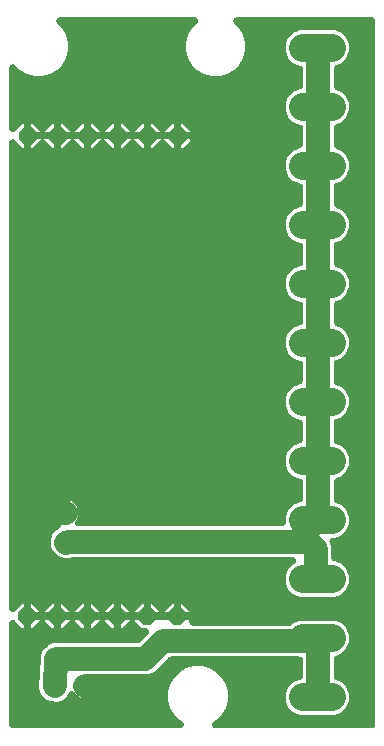
<source format=gbr>
G04 EAGLE Gerber RS-274X export*
G75*
%MOMM*%
%FSLAX34Y34*%
%LPD*%
%INBottom Copper*%
%IPPOS*%
%AMOC8*
5,1,8,0,0,1.08239X$1,22.5*%
G01*
%ADD10C,2.380000*%
%ADD11C,1.524000*%
%ADD12P,1.649562X8X292.500000*%
%ADD13P,1.649562X8X112.500000*%
%ADD14C,2.000000*%

G36*
X155152Y22955D02*
X155152Y22955D01*
X155340Y22970D01*
X155529Y22978D01*
X155586Y22990D01*
X155643Y22995D01*
X155827Y23041D01*
X156012Y23079D01*
X156066Y23100D01*
X156122Y23114D01*
X156296Y23188D01*
X156472Y23257D01*
X156522Y23286D01*
X156576Y23309D01*
X156735Y23410D01*
X156898Y23506D01*
X156943Y23543D01*
X156991Y23574D01*
X157132Y23700D01*
X157278Y23821D01*
X157316Y23864D01*
X157359Y23903D01*
X157478Y24050D01*
X157602Y24193D01*
X157632Y24242D01*
X157669Y24287D01*
X157762Y24452D01*
X157862Y24612D01*
X157884Y24665D01*
X157913Y24716D01*
X157978Y24893D01*
X158050Y25068D01*
X158064Y25124D01*
X158084Y25179D01*
X158120Y25364D01*
X158163Y25548D01*
X158167Y25606D01*
X158178Y25663D01*
X158184Y25852D01*
X158197Y26040D01*
X158192Y26098D01*
X158193Y26156D01*
X158168Y26343D01*
X158151Y26531D01*
X158136Y26588D01*
X158129Y26645D01*
X158074Y26825D01*
X158026Y27009D01*
X158003Y27062D01*
X157986Y27117D01*
X157903Y27287D01*
X157826Y27460D01*
X157794Y27508D01*
X157769Y27560D01*
X157659Y27714D01*
X157556Y27872D01*
X157516Y27915D01*
X157483Y27962D01*
X157350Y28096D01*
X157222Y28236D01*
X157185Y28264D01*
X157136Y28313D01*
X156737Y28603D01*
X156698Y28623D01*
X156674Y28641D01*
X154551Y29866D01*
X149866Y34551D01*
X146554Y40288D01*
X144839Y46687D01*
X144839Y53313D01*
X146554Y59712D01*
X149866Y65449D01*
X154551Y70134D01*
X160288Y73446D01*
X166687Y75161D01*
X173313Y75161D01*
X179712Y73446D01*
X185449Y70134D01*
X190134Y65449D01*
X193446Y59712D01*
X195161Y53313D01*
X195161Y46687D01*
X193446Y40288D01*
X190134Y34551D01*
X185449Y29866D01*
X183358Y28659D01*
X183201Y28551D01*
X183040Y28448D01*
X182998Y28410D01*
X182952Y28378D01*
X182815Y28246D01*
X182672Y28119D01*
X182637Y28075D01*
X182596Y28036D01*
X182482Y27884D01*
X182362Y27735D01*
X182335Y27686D01*
X182301Y27641D01*
X182213Y27472D01*
X182119Y27306D01*
X182099Y27253D01*
X182073Y27204D01*
X182014Y27022D01*
X181947Y26843D01*
X181937Y26788D01*
X181919Y26735D01*
X181889Y26546D01*
X181853Y26359D01*
X181851Y26303D01*
X181842Y26248D01*
X181844Y26057D01*
X181838Y25866D01*
X181845Y25810D01*
X181846Y25754D01*
X181878Y25566D01*
X181903Y25377D01*
X181919Y25323D01*
X181928Y25268D01*
X181990Y25087D01*
X182045Y24905D01*
X182070Y24854D01*
X182088Y24801D01*
X182179Y24633D01*
X182263Y24462D01*
X182295Y24416D01*
X182322Y24367D01*
X182438Y24215D01*
X182548Y24060D01*
X182588Y24020D01*
X182622Y23975D01*
X182761Y23845D01*
X182895Y23709D01*
X182941Y23676D01*
X182981Y23637D01*
X183140Y23531D01*
X183294Y23419D01*
X183344Y23393D01*
X183391Y23362D01*
X183565Y23282D01*
X183735Y23197D01*
X183788Y23180D01*
X183839Y23156D01*
X184023Y23106D01*
X184205Y23049D01*
X184250Y23044D01*
X184315Y23026D01*
X184806Y22974D01*
X184852Y22976D01*
X184883Y22973D01*
X317094Y23053D01*
X317169Y23059D01*
X317244Y23057D01*
X317414Y23079D01*
X317586Y23093D01*
X317659Y23111D01*
X317733Y23121D01*
X317898Y23171D01*
X318064Y23212D01*
X318133Y23242D01*
X318206Y23263D01*
X318360Y23339D01*
X318518Y23407D01*
X318581Y23447D01*
X318649Y23480D01*
X318789Y23580D01*
X318933Y23672D01*
X318990Y23722D01*
X319051Y23766D01*
X319173Y23886D01*
X319301Y24001D01*
X319348Y24060D01*
X319402Y24113D01*
X319503Y24251D01*
X319611Y24385D01*
X319648Y24451D01*
X319692Y24511D01*
X319770Y24664D01*
X319855Y24814D01*
X319881Y24885D01*
X319915Y24952D01*
X319966Y25115D01*
X320026Y25277D01*
X320040Y25350D01*
X320063Y25422D01*
X320075Y25527D01*
X320120Y25761D01*
X320127Y25995D01*
X320139Y26100D01*
X320139Y621884D01*
X320133Y621961D01*
X320135Y622038D01*
X320113Y622207D01*
X320099Y622376D01*
X320081Y622451D01*
X320071Y622527D01*
X320022Y622690D01*
X319981Y622855D01*
X319950Y622925D01*
X319928Y622999D01*
X319853Y623152D01*
X319786Y623308D01*
X319745Y623373D01*
X319711Y623442D01*
X319612Y623581D01*
X319521Y623724D01*
X319470Y623781D01*
X319425Y623844D01*
X319306Y623965D01*
X319192Y624092D01*
X319132Y624140D01*
X319078Y624195D01*
X318941Y624295D01*
X318808Y624402D01*
X318742Y624440D01*
X318679Y624485D01*
X318527Y624562D01*
X318380Y624646D01*
X318307Y624673D01*
X318239Y624707D01*
X318077Y624758D01*
X317917Y624817D01*
X317842Y624832D01*
X317768Y624855D01*
X317663Y624867D01*
X317433Y624912D01*
X317195Y624920D01*
X317090Y624931D01*
X203075Y624862D01*
X203038Y624859D01*
X203001Y624861D01*
X202793Y624839D01*
X202584Y624822D01*
X202547Y624813D01*
X202510Y624809D01*
X202308Y624754D01*
X202105Y624703D01*
X202071Y624688D01*
X202035Y624678D01*
X201844Y624591D01*
X201652Y624508D01*
X201620Y624488D01*
X201586Y624473D01*
X201412Y624356D01*
X201236Y624243D01*
X201208Y624218D01*
X201177Y624197D01*
X201025Y624054D01*
X200868Y623914D01*
X200845Y623885D01*
X200818Y623859D01*
X200690Y623693D01*
X200558Y623530D01*
X200540Y623498D01*
X200517Y623468D01*
X200418Y623283D01*
X200315Y623101D01*
X200302Y623066D01*
X200284Y623033D01*
X200216Y622835D01*
X200143Y622638D01*
X200136Y622602D01*
X200124Y622567D01*
X200089Y622360D01*
X200049Y622154D01*
X200048Y622117D01*
X200041Y622080D01*
X200040Y621871D01*
X200034Y621661D01*
X200039Y621624D01*
X200038Y621587D01*
X200071Y621379D01*
X200098Y621172D01*
X200109Y621136D01*
X200115Y621100D01*
X200181Y620900D01*
X200241Y620700D01*
X200258Y620666D01*
X200269Y620631D01*
X200366Y620445D01*
X200458Y620257D01*
X200480Y620226D01*
X200497Y620193D01*
X200555Y620121D01*
X200744Y619855D01*
X200864Y619733D01*
X200922Y619660D01*
X205134Y615449D01*
X208446Y609712D01*
X210161Y603313D01*
X210161Y596687D01*
X208446Y590288D01*
X205134Y584551D01*
X200449Y579866D01*
X194712Y576554D01*
X188313Y574839D01*
X181687Y574839D01*
X175288Y576554D01*
X169551Y579866D01*
X164866Y584551D01*
X161554Y590288D01*
X159839Y596687D01*
X159839Y603313D01*
X161554Y609712D01*
X164866Y615449D01*
X169056Y619638D01*
X169081Y619668D01*
X169110Y619694D01*
X169241Y619856D01*
X169375Y620014D01*
X169395Y620048D01*
X169420Y620078D01*
X169523Y620259D01*
X169630Y620437D01*
X169644Y620473D01*
X169664Y620507D01*
X169736Y620703D01*
X169813Y620895D01*
X169821Y620933D01*
X169835Y620970D01*
X169875Y621174D01*
X169920Y621377D01*
X169922Y621416D01*
X169929Y621454D01*
X169936Y621661D01*
X169947Y621869D01*
X169943Y621908D01*
X169944Y621947D01*
X169917Y622153D01*
X169895Y622360D01*
X169885Y622397D01*
X169880Y622436D01*
X169820Y622635D01*
X169764Y622835D01*
X169748Y622871D01*
X169737Y622908D01*
X169646Y623095D01*
X169559Y623284D01*
X169537Y623316D01*
X169520Y623351D01*
X169400Y623520D01*
X169283Y623693D01*
X169257Y623722D01*
X169234Y623753D01*
X169088Y623901D01*
X168945Y624053D01*
X168915Y624076D01*
X168887Y624104D01*
X168719Y624226D01*
X168554Y624353D01*
X168520Y624371D01*
X168488Y624394D01*
X168303Y624488D01*
X168119Y624586D01*
X168082Y624599D01*
X168048Y624616D01*
X167850Y624679D01*
X167653Y624746D01*
X167614Y624753D01*
X167577Y624764D01*
X167484Y624775D01*
X167166Y624829D01*
X166993Y624830D01*
X166899Y624840D01*
X53166Y624771D01*
X53129Y624768D01*
X53092Y624771D01*
X52884Y624748D01*
X52674Y624731D01*
X52638Y624722D01*
X52601Y624718D01*
X52399Y624663D01*
X52196Y624612D01*
X52161Y624598D01*
X52126Y624588D01*
X51934Y624500D01*
X51742Y624417D01*
X51711Y624398D01*
X51677Y624382D01*
X51503Y624265D01*
X51326Y624152D01*
X51299Y624127D01*
X51268Y624107D01*
X51115Y623963D01*
X50959Y623823D01*
X50935Y623794D01*
X50908Y623769D01*
X50781Y623603D01*
X50649Y623439D01*
X50631Y623407D01*
X50608Y623377D01*
X50509Y623193D01*
X50405Y623010D01*
X50392Y622975D01*
X50375Y622943D01*
X50307Y622744D01*
X50234Y622548D01*
X50227Y622511D01*
X50215Y622476D01*
X50180Y622269D01*
X50140Y622063D01*
X50138Y622026D01*
X50132Y621990D01*
X50131Y621780D01*
X50125Y621570D01*
X50129Y621533D01*
X50129Y621496D01*
X50162Y621289D01*
X50189Y621081D01*
X50200Y621046D01*
X50206Y621009D01*
X50272Y620809D01*
X50332Y620609D01*
X50348Y620576D01*
X50360Y620540D01*
X50457Y620354D01*
X50549Y620166D01*
X50571Y620136D01*
X50588Y620103D01*
X50645Y620031D01*
X50835Y619764D01*
X50955Y619643D01*
X51013Y619569D01*
X55134Y615449D01*
X58446Y609712D01*
X60161Y603313D01*
X60161Y596687D01*
X58446Y590288D01*
X55134Y584551D01*
X50449Y579866D01*
X44712Y576554D01*
X38313Y574839D01*
X31687Y574839D01*
X25288Y576554D01*
X19551Y579866D01*
X15363Y584055D01*
X15334Y584079D01*
X15308Y584108D01*
X15146Y584239D01*
X14987Y584374D01*
X14954Y584394D01*
X14924Y584418D01*
X14743Y584521D01*
X14564Y584629D01*
X14529Y584643D01*
X14496Y584662D01*
X14300Y584734D01*
X14106Y584812D01*
X14069Y584820D01*
X14033Y584833D01*
X13828Y584873D01*
X13624Y584919D01*
X13586Y584921D01*
X13549Y584928D01*
X13341Y584934D01*
X13132Y584946D01*
X13094Y584942D01*
X13056Y584943D01*
X12849Y584916D01*
X12641Y584894D01*
X12605Y584884D01*
X12567Y584879D01*
X12367Y584819D01*
X12166Y584763D01*
X12131Y584747D01*
X12094Y584736D01*
X11907Y584645D01*
X11717Y584558D01*
X11685Y584536D01*
X11651Y584520D01*
X11482Y584399D01*
X11308Y584282D01*
X11280Y584256D01*
X11249Y584234D01*
X11101Y584088D01*
X10948Y583944D01*
X10925Y583914D01*
X10898Y583887D01*
X10775Y583719D01*
X10648Y583553D01*
X10630Y583519D01*
X10608Y583489D01*
X10514Y583303D01*
X10415Y583118D01*
X10402Y583082D01*
X10385Y583048D01*
X10323Y582849D01*
X10255Y582652D01*
X10249Y582614D01*
X10237Y582578D01*
X10227Y582485D01*
X10172Y582165D01*
X10171Y581993D01*
X10161Y581900D01*
X10161Y530587D01*
X10164Y530549D01*
X10162Y530511D01*
X10184Y530303D01*
X10201Y530095D01*
X10210Y530058D01*
X10214Y530020D01*
X10269Y529819D01*
X10319Y529616D01*
X10334Y529581D01*
X10345Y529545D01*
X10432Y529355D01*
X10514Y529163D01*
X10534Y529131D01*
X10550Y529096D01*
X10667Y528923D01*
X10779Y528747D01*
X10804Y528718D01*
X10826Y528687D01*
X10969Y528535D01*
X11108Y528379D01*
X11137Y528355D01*
X11163Y528327D01*
X11329Y528200D01*
X11492Y528069D01*
X11525Y528050D01*
X11555Y528027D01*
X11739Y527928D01*
X11920Y527825D01*
X11956Y527812D01*
X11990Y527794D01*
X12187Y527726D01*
X12383Y527653D01*
X12420Y527646D01*
X12456Y527634D01*
X12663Y527599D01*
X12867Y527559D01*
X12905Y527558D01*
X12943Y527551D01*
X13152Y527550D01*
X13360Y527543D01*
X13398Y527548D01*
X13436Y527548D01*
X13643Y527581D01*
X13849Y527608D01*
X13886Y527619D01*
X13923Y527625D01*
X14122Y527690D01*
X14321Y527750D01*
X14356Y527767D01*
X14392Y527779D01*
X14577Y527876D01*
X14765Y527967D01*
X14796Y527989D01*
X14830Y528007D01*
X14902Y528065D01*
X15167Y528253D01*
X15289Y528373D01*
X15363Y528432D01*
X21591Y534661D01*
X22753Y534661D01*
X22753Y524500D01*
X22753Y514339D01*
X21591Y514339D01*
X15363Y520568D01*
X15334Y520593D01*
X15308Y520621D01*
X15146Y520752D01*
X14987Y520887D01*
X14954Y520907D01*
X14924Y520931D01*
X14743Y521034D01*
X14564Y521142D01*
X14529Y521156D01*
X14496Y521175D01*
X14300Y521248D01*
X14106Y521325D01*
X14069Y521333D01*
X14033Y521347D01*
X13828Y521387D01*
X13624Y521432D01*
X13586Y521434D01*
X13549Y521441D01*
X13341Y521448D01*
X13132Y521459D01*
X13094Y521455D01*
X13056Y521457D01*
X12849Y521429D01*
X12641Y521407D01*
X12605Y521397D01*
X12567Y521392D01*
X12367Y521332D01*
X12166Y521277D01*
X12131Y521261D01*
X12094Y521250D01*
X11907Y521158D01*
X11717Y521071D01*
X11685Y521049D01*
X11651Y521033D01*
X11482Y520912D01*
X11308Y520795D01*
X11280Y520769D01*
X11249Y520747D01*
X11101Y520601D01*
X10948Y520458D01*
X10925Y520427D01*
X10898Y520401D01*
X10775Y520232D01*
X10648Y520066D01*
X10630Y520033D01*
X10608Y520002D01*
X10514Y519816D01*
X10415Y519632D01*
X10402Y519595D01*
X10385Y519561D01*
X10323Y519363D01*
X10255Y519165D01*
X10249Y519127D01*
X10237Y519091D01*
X10227Y518998D01*
X10172Y518678D01*
X10171Y518506D01*
X10161Y518413D01*
X10161Y124087D01*
X10164Y124049D01*
X10162Y124011D01*
X10184Y123803D01*
X10201Y123595D01*
X10210Y123558D01*
X10214Y123520D01*
X10269Y123319D01*
X10319Y123116D01*
X10334Y123081D01*
X10345Y123045D01*
X10432Y122855D01*
X10514Y122663D01*
X10534Y122631D01*
X10550Y122596D01*
X10667Y122423D01*
X10779Y122247D01*
X10804Y122218D01*
X10826Y122187D01*
X10969Y122035D01*
X11108Y121879D01*
X11137Y121855D01*
X11163Y121827D01*
X11329Y121700D01*
X11492Y121569D01*
X11525Y121550D01*
X11555Y121527D01*
X11739Y121428D01*
X11920Y121325D01*
X11956Y121312D01*
X11990Y121294D01*
X12187Y121226D01*
X12383Y121153D01*
X12420Y121146D01*
X12456Y121134D01*
X12663Y121099D01*
X12867Y121059D01*
X12905Y121058D01*
X12943Y121051D01*
X13152Y121050D01*
X13360Y121043D01*
X13398Y121048D01*
X13436Y121048D01*
X13643Y121081D01*
X13849Y121108D01*
X13886Y121119D01*
X13923Y121125D01*
X14122Y121190D01*
X14321Y121250D01*
X14356Y121267D01*
X14392Y121279D01*
X14577Y121376D01*
X14765Y121467D01*
X14796Y121489D01*
X14830Y121507D01*
X14902Y121565D01*
X15167Y121753D01*
X15289Y121873D01*
X15363Y121932D01*
X21391Y127961D01*
X22553Y127961D01*
X22553Y117800D01*
X22553Y107639D01*
X21391Y107639D01*
X15363Y113668D01*
X15334Y113693D01*
X15308Y113721D01*
X15146Y113852D01*
X14987Y113987D01*
X14954Y114007D01*
X14924Y114031D01*
X14743Y114134D01*
X14564Y114242D01*
X14529Y114256D01*
X14496Y114275D01*
X14300Y114348D01*
X14106Y114425D01*
X14069Y114433D01*
X14033Y114447D01*
X13828Y114487D01*
X13624Y114532D01*
X13586Y114534D01*
X13549Y114541D01*
X13341Y114548D01*
X13132Y114559D01*
X13094Y114555D01*
X13056Y114557D01*
X12849Y114529D01*
X12641Y114507D01*
X12605Y114497D01*
X12567Y114492D01*
X12367Y114432D01*
X12166Y114377D01*
X12131Y114361D01*
X12094Y114350D01*
X11907Y114258D01*
X11717Y114171D01*
X11685Y114149D01*
X11651Y114133D01*
X11482Y114012D01*
X11308Y113895D01*
X11280Y113869D01*
X11249Y113847D01*
X11101Y113701D01*
X10948Y113558D01*
X10925Y113527D01*
X10898Y113501D01*
X10775Y113332D01*
X10648Y113166D01*
X10630Y113133D01*
X10608Y113102D01*
X10514Y112916D01*
X10415Y112732D01*
X10402Y112695D01*
X10385Y112661D01*
X10323Y112463D01*
X10255Y112265D01*
X10249Y112227D01*
X10237Y112191D01*
X10227Y112098D01*
X10172Y111778D01*
X10171Y111606D01*
X10161Y111513D01*
X10161Y25916D01*
X10167Y25839D01*
X10165Y25762D01*
X10187Y25593D01*
X10201Y25424D01*
X10219Y25349D01*
X10229Y25273D01*
X10278Y25110D01*
X10319Y24945D01*
X10350Y24875D01*
X10372Y24801D01*
X10447Y24648D01*
X10514Y24492D01*
X10555Y24427D01*
X10589Y24358D01*
X10688Y24219D01*
X10779Y24076D01*
X10830Y24019D01*
X10875Y23956D01*
X10994Y23835D01*
X11108Y23708D01*
X11168Y23660D01*
X11222Y23605D01*
X11359Y23505D01*
X11492Y23398D01*
X11558Y23360D01*
X11621Y23315D01*
X11773Y23238D01*
X11920Y23154D01*
X11993Y23127D01*
X12061Y23093D01*
X12223Y23042D01*
X12383Y22983D01*
X12458Y22968D01*
X12532Y22945D01*
X12637Y22933D01*
X12867Y22888D01*
X13105Y22880D01*
X13210Y22869D01*
X155152Y22955D01*
G37*
%LPC*%
G36*
X256326Y134161D02*
X256326Y134161D01*
X250832Y136437D01*
X246627Y140642D01*
X244351Y146136D01*
X244351Y152084D01*
X246627Y157578D01*
X250832Y161783D01*
X251073Y161883D01*
X251200Y161948D01*
X251331Y162004D01*
X251419Y162060D01*
X251512Y162108D01*
X251627Y162192D01*
X251747Y162269D01*
X251825Y162339D01*
X251909Y162401D01*
X252009Y162503D01*
X252115Y162598D01*
X252181Y162679D01*
X252254Y162754D01*
X252335Y162871D01*
X252425Y162982D01*
X252477Y163072D01*
X252536Y163158D01*
X252598Y163286D01*
X252669Y163410D01*
X252705Y163508D01*
X252751Y163602D01*
X252791Y163739D01*
X252840Y163873D01*
X252860Y163975D01*
X252890Y164076D01*
X252908Y164217D01*
X252935Y164357D01*
X252938Y164461D01*
X252951Y164565D01*
X252946Y164708D01*
X252950Y164850D01*
X252937Y164954D01*
X252933Y165058D01*
X252905Y165198D01*
X252886Y165339D01*
X252856Y165439D01*
X252835Y165542D01*
X252785Y165675D01*
X252744Y165812D01*
X252698Y165905D01*
X252661Y166003D01*
X252589Y166127D01*
X252527Y166255D01*
X252466Y166340D01*
X252414Y166430D01*
X252324Y166541D01*
X252241Y166657D01*
X252168Y166731D01*
X252102Y166812D01*
X251995Y166907D01*
X251895Y167008D01*
X251810Y167069D01*
X251732Y167139D01*
X251611Y167214D01*
X251496Y167298D01*
X251402Y167345D01*
X251314Y167401D01*
X251183Y167456D01*
X251055Y167521D01*
X250956Y167552D01*
X250859Y167593D01*
X250721Y167626D01*
X250585Y167669D01*
X250507Y167678D01*
X250380Y167708D01*
X249947Y167741D01*
X249907Y167745D01*
X63802Y167745D01*
X63651Y167733D01*
X63500Y167730D01*
X63406Y167713D01*
X63310Y167705D01*
X63164Y167669D01*
X63015Y167642D01*
X62946Y167615D01*
X62831Y167587D01*
X62383Y167394D01*
X62380Y167393D01*
X62378Y167392D01*
X62295Y167348D01*
X57126Y166867D01*
X52167Y168400D01*
X48171Y171714D01*
X45748Y176305D01*
X45267Y181474D01*
X46800Y186433D01*
X50114Y190429D01*
X50856Y190821D01*
X50857Y190821D01*
X51575Y191200D01*
X51672Y191261D01*
X51774Y191315D01*
X51847Y191373D01*
X51991Y191464D01*
X52235Y191683D01*
X52307Y191740D01*
X52455Y191888D01*
X52528Y191921D01*
X52590Y191962D01*
X52656Y191996D01*
X52795Y192098D01*
X52939Y192194D01*
X52993Y192245D01*
X53053Y192289D01*
X53174Y192412D01*
X53300Y192530D01*
X53346Y192589D01*
X53397Y192642D01*
X53497Y192783D01*
X53603Y192920D01*
X53638Y192985D01*
X53680Y193046D01*
X53755Y193202D01*
X53838Y193354D01*
X53862Y193424D01*
X53894Y193490D01*
X53943Y193656D01*
X54000Y193820D01*
X54013Y193892D01*
X54034Y193964D01*
X54056Y194135D01*
X54085Y194306D01*
X54086Y194380D01*
X54095Y194453D01*
X54089Y194626D01*
X54091Y194799D01*
X54080Y194872D01*
X54077Y194946D01*
X54043Y195115D01*
X54017Y195287D01*
X53994Y195357D01*
X53979Y195430D01*
X53918Y195591D01*
X53865Y195756D01*
X53831Y195822D01*
X53805Y195891D01*
X53718Y196041D01*
X53639Y196195D01*
X53595Y196254D01*
X53558Y196318D01*
X53448Y196452D01*
X53346Y196591D01*
X53303Y196630D01*
X53246Y196700D01*
X52876Y197027D01*
X52855Y197040D01*
X52842Y197051D01*
X51881Y197750D01*
X50750Y198881D01*
X49810Y200175D01*
X49084Y201600D01*
X48807Y202453D01*
X58500Y202453D01*
X68193Y202453D01*
X67916Y201600D01*
X67190Y200175D01*
X66110Y198688D01*
X66100Y198676D01*
X66078Y198639D01*
X66051Y198606D01*
X65950Y198429D01*
X65844Y198254D01*
X65828Y198215D01*
X65807Y198178D01*
X65736Y197986D01*
X65659Y197796D01*
X65650Y197755D01*
X65635Y197715D01*
X65596Y197514D01*
X65551Y197315D01*
X65549Y197273D01*
X65541Y197231D01*
X65534Y197027D01*
X65522Y196822D01*
X65527Y196780D01*
X65525Y196738D01*
X65552Y196535D01*
X65573Y196332D01*
X65584Y196291D01*
X65590Y196249D01*
X65649Y196052D01*
X65703Y195856D01*
X65720Y195817D01*
X65732Y195776D01*
X65822Y195593D01*
X65907Y195407D01*
X65931Y195371D01*
X65949Y195333D01*
X66067Y195167D01*
X66181Y194997D01*
X66210Y194965D01*
X66235Y194931D01*
X66378Y194786D01*
X66518Y194636D01*
X66552Y194610D01*
X66581Y194580D01*
X66747Y194460D01*
X66909Y194335D01*
X66946Y194315D01*
X66980Y194290D01*
X67162Y194198D01*
X67343Y194100D01*
X67383Y194086D01*
X67421Y194067D01*
X67616Y194006D01*
X67809Y193939D01*
X67851Y193932D01*
X67891Y193919D01*
X67987Y193908D01*
X68295Y193855D01*
X68474Y193853D01*
X68569Y193843D01*
X241304Y193843D01*
X241380Y193849D01*
X241456Y193847D01*
X241625Y193869D01*
X241796Y193883D01*
X241870Y193901D01*
X241945Y193911D01*
X242109Y193960D01*
X242275Y194001D01*
X242344Y194031D01*
X242418Y194053D01*
X242571Y194129D01*
X242728Y194196D01*
X242792Y194237D01*
X242861Y194270D01*
X243000Y194369D01*
X243144Y194461D01*
X243201Y194512D01*
X243263Y194556D01*
X243384Y194676D01*
X243512Y194790D01*
X243560Y194849D01*
X243614Y194903D01*
X243715Y195041D01*
X243822Y195174D01*
X243859Y195240D01*
X243904Y195301D01*
X243981Y195454D01*
X244066Y195602D01*
X244092Y195674D01*
X244127Y195742D01*
X244178Y195905D01*
X244237Y196065D01*
X244252Y196140D01*
X244275Y196212D01*
X244287Y196317D01*
X244332Y196549D01*
X244339Y196785D01*
X244351Y196890D01*
X244351Y202084D01*
X246627Y207578D01*
X250832Y211783D01*
X256421Y214098D01*
X256430Y214099D01*
X256504Y214117D01*
X256579Y214127D01*
X256743Y214176D01*
X256909Y214217D01*
X256978Y214247D01*
X257052Y214269D01*
X257205Y214345D01*
X257362Y214412D01*
X257426Y214453D01*
X257495Y214486D01*
X257634Y214585D01*
X257778Y214677D01*
X257835Y214728D01*
X257897Y214772D01*
X258018Y214892D01*
X258146Y215006D01*
X258194Y215065D01*
X258248Y215119D01*
X258349Y215257D01*
X258456Y215390D01*
X258493Y215456D01*
X258538Y215517D01*
X258615Y215670D01*
X258700Y215818D01*
X258726Y215890D01*
X258761Y215958D01*
X258812Y216121D01*
X258871Y216281D01*
X258886Y216356D01*
X258909Y216428D01*
X258921Y216533D01*
X258966Y216765D01*
X258973Y217001D01*
X258985Y217106D01*
X258985Y231114D01*
X258979Y231190D01*
X258981Y231266D01*
X258959Y231435D01*
X258945Y231606D01*
X258927Y231680D01*
X258917Y231755D01*
X258868Y231919D01*
X258827Y232085D01*
X258797Y232154D01*
X258775Y232228D01*
X258699Y232381D01*
X258632Y232538D01*
X258591Y232602D01*
X258558Y232671D01*
X258459Y232810D01*
X258367Y232954D01*
X258316Y233011D01*
X258272Y233073D01*
X258152Y233194D01*
X258038Y233322D01*
X257979Y233370D01*
X257925Y233424D01*
X257787Y233525D01*
X257654Y233632D01*
X257588Y233669D01*
X257527Y233714D01*
X257374Y233791D01*
X257226Y233876D01*
X257154Y233902D01*
X257086Y233937D01*
X256923Y233988D01*
X256763Y234047D01*
X256688Y234062D01*
X256616Y234085D01*
X256511Y234097D01*
X256457Y234107D01*
X250832Y236437D01*
X246627Y240642D01*
X244351Y246136D01*
X244351Y252084D01*
X246627Y257578D01*
X250832Y261783D01*
X256523Y264140D01*
X256643Y264176D01*
X256809Y264217D01*
X256878Y264247D01*
X256952Y264269D01*
X257105Y264345D01*
X257262Y264412D01*
X257326Y264453D01*
X257395Y264486D01*
X257534Y264585D01*
X257678Y264677D01*
X257735Y264728D01*
X257797Y264772D01*
X257918Y264892D01*
X258046Y265006D01*
X258094Y265065D01*
X258148Y265119D01*
X258249Y265257D01*
X258356Y265390D01*
X258393Y265456D01*
X258438Y265517D01*
X258515Y265670D01*
X258600Y265818D01*
X258626Y265890D01*
X258661Y265958D01*
X258712Y266121D01*
X258771Y266281D01*
X258786Y266356D01*
X258809Y266428D01*
X258821Y266533D01*
X258866Y266765D01*
X258873Y267001D01*
X258885Y267106D01*
X258885Y281114D01*
X258879Y281190D01*
X258881Y281266D01*
X258859Y281435D01*
X258845Y281606D01*
X258827Y281680D01*
X258817Y281755D01*
X258768Y281919D01*
X258727Y282085D01*
X258697Y282154D01*
X258675Y282228D01*
X258599Y282381D01*
X258532Y282538D01*
X258491Y282602D01*
X258458Y282671D01*
X258359Y282810D01*
X258267Y282954D01*
X258216Y283011D01*
X258172Y283073D01*
X258052Y283194D01*
X257938Y283322D01*
X257879Y283370D01*
X257825Y283424D01*
X257687Y283525D01*
X257554Y283632D01*
X257488Y283669D01*
X257427Y283714D01*
X257274Y283791D01*
X257126Y283876D01*
X257054Y283902D01*
X256986Y283937D01*
X256823Y283988D01*
X256663Y284047D01*
X256588Y284062D01*
X256516Y284085D01*
X256509Y284086D01*
X250832Y286437D01*
X246627Y290642D01*
X244351Y296136D01*
X244351Y302084D01*
X246627Y307578D01*
X250832Y311783D01*
X256523Y314140D01*
X256643Y314176D01*
X256809Y314217D01*
X256878Y314247D01*
X256952Y314269D01*
X257105Y314345D01*
X257262Y314412D01*
X257326Y314453D01*
X257395Y314486D01*
X257534Y314585D01*
X257678Y314677D01*
X257735Y314728D01*
X257797Y314772D01*
X257918Y314892D01*
X258046Y315006D01*
X258094Y315065D01*
X258148Y315119D01*
X258249Y315257D01*
X258356Y315390D01*
X258393Y315456D01*
X258438Y315517D01*
X258515Y315670D01*
X258600Y315818D01*
X258626Y315890D01*
X258661Y315958D01*
X258712Y316121D01*
X258771Y316281D01*
X258786Y316356D01*
X258809Y316428D01*
X258821Y316533D01*
X258866Y316765D01*
X258873Y317001D01*
X258885Y317106D01*
X258885Y331114D01*
X258879Y331190D01*
X258881Y331266D01*
X258859Y331435D01*
X258845Y331606D01*
X258827Y331680D01*
X258817Y331755D01*
X258768Y331919D01*
X258727Y332085D01*
X258697Y332154D01*
X258675Y332228D01*
X258599Y332381D01*
X258532Y332538D01*
X258491Y332602D01*
X258458Y332671D01*
X258359Y332810D01*
X258267Y332954D01*
X258216Y333011D01*
X258172Y333073D01*
X258052Y333194D01*
X257938Y333322D01*
X257879Y333370D01*
X257825Y333424D01*
X257687Y333525D01*
X257554Y333632D01*
X257488Y333669D01*
X257427Y333714D01*
X257274Y333791D01*
X257126Y333876D01*
X257054Y333902D01*
X256986Y333937D01*
X256823Y333988D01*
X256663Y334047D01*
X256588Y334062D01*
X256516Y334085D01*
X256509Y334086D01*
X250832Y336437D01*
X246627Y340642D01*
X244351Y346136D01*
X244351Y352084D01*
X246627Y357578D01*
X250832Y361783D01*
X256421Y364098D01*
X256430Y364099D01*
X256504Y364117D01*
X256579Y364127D01*
X256743Y364176D01*
X256909Y364217D01*
X256978Y364247D01*
X257052Y364269D01*
X257205Y364345D01*
X257362Y364412D01*
X257426Y364453D01*
X257495Y364486D01*
X257634Y364585D01*
X257778Y364677D01*
X257835Y364728D01*
X257897Y364772D01*
X258018Y364892D01*
X258146Y365006D01*
X258194Y365065D01*
X258248Y365119D01*
X258349Y365257D01*
X258456Y365390D01*
X258493Y365456D01*
X258538Y365517D01*
X258615Y365670D01*
X258700Y365818D01*
X258726Y365890D01*
X258761Y365958D01*
X258812Y366121D01*
X258871Y366281D01*
X258886Y366356D01*
X258909Y366428D01*
X258921Y366533D01*
X258966Y366765D01*
X258973Y367001D01*
X258985Y367106D01*
X258985Y381114D01*
X258979Y381190D01*
X258981Y381266D01*
X258959Y381435D01*
X258945Y381606D01*
X258927Y381680D01*
X258917Y381755D01*
X258868Y381919D01*
X258827Y382085D01*
X258797Y382154D01*
X258775Y382228D01*
X258699Y382381D01*
X258632Y382538D01*
X258591Y382602D01*
X258558Y382671D01*
X258459Y382810D01*
X258367Y382954D01*
X258316Y383011D01*
X258272Y383073D01*
X258152Y383194D01*
X258038Y383322D01*
X257979Y383370D01*
X257925Y383424D01*
X257787Y383525D01*
X257654Y383632D01*
X257588Y383669D01*
X257527Y383714D01*
X257374Y383791D01*
X257226Y383876D01*
X257154Y383902D01*
X257086Y383937D01*
X256923Y383988D01*
X256763Y384047D01*
X256688Y384062D01*
X256616Y384085D01*
X256511Y384097D01*
X256457Y384107D01*
X250832Y386437D01*
X246627Y390642D01*
X244351Y396136D01*
X244351Y402084D01*
X246627Y407578D01*
X250832Y411783D01*
X256421Y414098D01*
X256430Y414099D01*
X256504Y414117D01*
X256579Y414127D01*
X256743Y414176D01*
X256909Y414217D01*
X256978Y414247D01*
X257052Y414269D01*
X257205Y414345D01*
X257362Y414412D01*
X257426Y414453D01*
X257495Y414486D01*
X257634Y414585D01*
X257778Y414677D01*
X257835Y414728D01*
X257897Y414772D01*
X258018Y414892D01*
X258146Y415006D01*
X258194Y415065D01*
X258248Y415119D01*
X258349Y415257D01*
X258456Y415390D01*
X258493Y415456D01*
X258538Y415517D01*
X258615Y415670D01*
X258700Y415818D01*
X258726Y415890D01*
X258761Y415958D01*
X258812Y416121D01*
X258871Y416281D01*
X258886Y416356D01*
X258909Y416428D01*
X258921Y416533D01*
X258966Y416765D01*
X258973Y417001D01*
X258985Y417106D01*
X258985Y431114D01*
X258979Y431190D01*
X258981Y431266D01*
X258959Y431435D01*
X258945Y431606D01*
X258927Y431680D01*
X258917Y431755D01*
X258868Y431919D01*
X258827Y432085D01*
X258797Y432154D01*
X258775Y432228D01*
X258699Y432381D01*
X258632Y432538D01*
X258591Y432602D01*
X258558Y432671D01*
X258459Y432810D01*
X258367Y432954D01*
X258316Y433011D01*
X258272Y433073D01*
X258152Y433194D01*
X258038Y433322D01*
X257979Y433370D01*
X257925Y433424D01*
X257787Y433525D01*
X257654Y433632D01*
X257588Y433669D01*
X257527Y433714D01*
X257374Y433791D01*
X257226Y433876D01*
X257154Y433902D01*
X257086Y433937D01*
X256923Y433988D01*
X256763Y434047D01*
X256688Y434062D01*
X256616Y434085D01*
X256511Y434097D01*
X256457Y434107D01*
X250832Y436437D01*
X246627Y440642D01*
X244351Y446136D01*
X244351Y452084D01*
X246627Y457578D01*
X250832Y461783D01*
X256421Y464098D01*
X256430Y464099D01*
X256504Y464117D01*
X256579Y464127D01*
X256743Y464176D01*
X256909Y464217D01*
X256978Y464247D01*
X257052Y464269D01*
X257205Y464345D01*
X257362Y464412D01*
X257426Y464453D01*
X257495Y464486D01*
X257634Y464585D01*
X257778Y464677D01*
X257835Y464728D01*
X257897Y464772D01*
X258018Y464892D01*
X258146Y465006D01*
X258194Y465065D01*
X258248Y465119D01*
X258349Y465257D01*
X258456Y465390D01*
X258493Y465456D01*
X258538Y465517D01*
X258615Y465670D01*
X258700Y465818D01*
X258726Y465890D01*
X258761Y465958D01*
X258812Y466121D01*
X258871Y466281D01*
X258886Y466356D01*
X258909Y466428D01*
X258921Y466533D01*
X258966Y466765D01*
X258973Y467001D01*
X258985Y467106D01*
X258985Y481114D01*
X258979Y481190D01*
X258981Y481266D01*
X258959Y481435D01*
X258945Y481606D01*
X258927Y481680D01*
X258917Y481755D01*
X258868Y481919D01*
X258827Y482085D01*
X258797Y482154D01*
X258775Y482228D01*
X258699Y482381D01*
X258632Y482538D01*
X258591Y482602D01*
X258558Y482671D01*
X258459Y482810D01*
X258367Y482954D01*
X258316Y483011D01*
X258272Y483073D01*
X258152Y483194D01*
X258038Y483322D01*
X257979Y483370D01*
X257925Y483424D01*
X257787Y483525D01*
X257654Y483632D01*
X257588Y483669D01*
X257527Y483714D01*
X257374Y483791D01*
X257226Y483876D01*
X257154Y483902D01*
X257086Y483937D01*
X256923Y483988D01*
X256763Y484047D01*
X256688Y484062D01*
X256616Y484085D01*
X256511Y484097D01*
X256457Y484107D01*
X250832Y486437D01*
X246627Y490642D01*
X244351Y496136D01*
X244351Y502084D01*
X246627Y507578D01*
X250832Y511783D01*
X256421Y514098D01*
X256430Y514099D01*
X256504Y514117D01*
X256579Y514127D01*
X256743Y514176D01*
X256909Y514217D01*
X256978Y514247D01*
X257052Y514269D01*
X257205Y514345D01*
X257362Y514412D01*
X257426Y514453D01*
X257495Y514486D01*
X257634Y514585D01*
X257778Y514677D01*
X257835Y514728D01*
X257897Y514772D01*
X258018Y514892D01*
X258146Y515006D01*
X258194Y515065D01*
X258248Y515119D01*
X258349Y515257D01*
X258456Y515390D01*
X258493Y515456D01*
X258538Y515517D01*
X258615Y515670D01*
X258700Y515818D01*
X258726Y515890D01*
X258761Y515958D01*
X258812Y516121D01*
X258871Y516281D01*
X258886Y516356D01*
X258909Y516428D01*
X258921Y516533D01*
X258966Y516765D01*
X258973Y517001D01*
X258985Y517106D01*
X258985Y530914D01*
X258979Y530990D01*
X258981Y531066D01*
X258959Y531235D01*
X258945Y531406D01*
X258927Y531480D01*
X258917Y531555D01*
X258868Y531719D01*
X258827Y531885D01*
X258797Y531954D01*
X258775Y532028D01*
X258699Y532181D01*
X258632Y532338D01*
X258591Y532402D01*
X258558Y532471D01*
X258459Y532610D01*
X258367Y532754D01*
X258316Y532811D01*
X258272Y532873D01*
X258152Y532994D01*
X258038Y533122D01*
X257979Y533170D01*
X257925Y533224D01*
X257787Y533325D01*
X257654Y533432D01*
X257588Y533469D01*
X257527Y533514D01*
X257374Y533591D01*
X257226Y533676D01*
X257154Y533702D01*
X257086Y533737D01*
X256923Y533788D01*
X256763Y533847D01*
X256688Y533862D01*
X256616Y533885D01*
X256511Y533897D01*
X256457Y533907D01*
X250832Y536237D01*
X246627Y540442D01*
X244351Y545936D01*
X244351Y551884D01*
X246627Y557378D01*
X250832Y561583D01*
X256421Y563898D01*
X256430Y563899D01*
X256504Y563917D01*
X256579Y563927D01*
X256743Y563976D01*
X256909Y564017D01*
X256978Y564047D01*
X257052Y564069D01*
X257205Y564145D01*
X257362Y564212D01*
X257426Y564253D01*
X257495Y564286D01*
X257634Y564385D01*
X257778Y564477D01*
X257835Y564528D01*
X257897Y564572D01*
X258018Y564692D01*
X258146Y564806D01*
X258194Y564865D01*
X258248Y564919D01*
X258349Y565057D01*
X258456Y565190D01*
X258493Y565256D01*
X258538Y565317D01*
X258615Y565470D01*
X258700Y565618D01*
X258726Y565690D01*
X258761Y565758D01*
X258812Y565920D01*
X258871Y566081D01*
X258886Y566156D01*
X258909Y566228D01*
X258921Y566333D01*
X258966Y566565D01*
X258973Y566801D01*
X258985Y566906D01*
X258985Y580914D01*
X258979Y580990D01*
X258981Y581066D01*
X258959Y581235D01*
X258945Y581406D01*
X258927Y581480D01*
X258917Y581555D01*
X258868Y581719D01*
X258827Y581885D01*
X258797Y581954D01*
X258775Y582028D01*
X258699Y582181D01*
X258632Y582338D01*
X258591Y582402D01*
X258558Y582471D01*
X258459Y582610D01*
X258367Y582754D01*
X258316Y582811D01*
X258272Y582873D01*
X258152Y582994D01*
X258038Y583122D01*
X257979Y583170D01*
X257925Y583224D01*
X257787Y583325D01*
X257654Y583432D01*
X257588Y583469D01*
X257527Y583514D01*
X257374Y583591D01*
X257226Y583676D01*
X257154Y583702D01*
X257086Y583737D01*
X256923Y583788D01*
X256763Y583847D01*
X256688Y583862D01*
X256616Y583885D01*
X256511Y583897D01*
X256457Y583907D01*
X250832Y586237D01*
X246627Y590442D01*
X244351Y595936D01*
X244351Y601884D01*
X246627Y607378D01*
X250832Y611583D01*
X256326Y613859D01*
X286074Y613859D01*
X291568Y611583D01*
X295773Y607378D01*
X298049Y601884D01*
X298049Y595936D01*
X295773Y590442D01*
X291568Y586237D01*
X286964Y584330D01*
X286770Y584231D01*
X286573Y584134D01*
X286550Y584118D01*
X286525Y584105D01*
X286349Y583975D01*
X286171Y583849D01*
X286151Y583829D01*
X286128Y583812D01*
X285975Y583656D01*
X285820Y583502D01*
X285803Y583479D01*
X285783Y583459D01*
X285658Y583280D01*
X285530Y583103D01*
X285517Y583078D01*
X285500Y583055D01*
X285405Y582857D01*
X285307Y582663D01*
X285299Y582636D01*
X285286Y582610D01*
X285225Y582401D01*
X285159Y582193D01*
X285156Y582169D01*
X285147Y582137D01*
X285086Y581648D01*
X285089Y581567D01*
X285083Y581515D01*
X285083Y566305D01*
X285100Y566087D01*
X285114Y565870D01*
X285120Y565842D01*
X285123Y565814D01*
X285175Y565601D01*
X285224Y565389D01*
X285235Y565362D01*
X285241Y565335D01*
X285327Y565134D01*
X285410Y564932D01*
X285425Y564907D01*
X285436Y564881D01*
X285553Y564698D01*
X285667Y564511D01*
X285686Y564489D01*
X285701Y564465D01*
X285846Y564303D01*
X285989Y564137D01*
X286011Y564119D01*
X286030Y564097D01*
X286200Y563960D01*
X286367Y563820D01*
X286387Y563809D01*
X286414Y563787D01*
X286842Y563543D01*
X286918Y563515D01*
X286964Y563490D01*
X291568Y561583D01*
X295773Y557378D01*
X298049Y551884D01*
X298049Y545936D01*
X295773Y540442D01*
X291568Y536237D01*
X286964Y534330D01*
X286770Y534231D01*
X286573Y534134D01*
X286550Y534118D01*
X286525Y534105D01*
X286349Y533975D01*
X286171Y533849D01*
X286151Y533829D01*
X286128Y533812D01*
X285975Y533656D01*
X285820Y533502D01*
X285803Y533479D01*
X285783Y533459D01*
X285658Y533280D01*
X285530Y533103D01*
X285517Y533078D01*
X285500Y533055D01*
X285405Y532857D01*
X285307Y532663D01*
X285299Y532636D01*
X285286Y532610D01*
X285225Y532401D01*
X285159Y532193D01*
X285156Y532169D01*
X285147Y532137D01*
X285086Y531648D01*
X285089Y531567D01*
X285083Y531515D01*
X285083Y516505D01*
X285089Y516434D01*
X285087Y516371D01*
X285103Y516246D01*
X285114Y516070D01*
X285120Y516042D01*
X285123Y516014D01*
X285146Y515919D01*
X285151Y515882D01*
X285175Y515801D01*
X285224Y515589D01*
X285235Y515562D01*
X285241Y515535D01*
X285290Y515422D01*
X285293Y515410D01*
X285306Y515383D01*
X285327Y515334D01*
X285410Y515132D01*
X285425Y515107D01*
X285436Y515081D01*
X285553Y514898D01*
X285667Y514711D01*
X285686Y514689D01*
X285701Y514665D01*
X285846Y514503D01*
X285989Y514337D01*
X286011Y514319D01*
X286030Y514297D01*
X286200Y514160D01*
X286367Y514020D01*
X286387Y514009D01*
X286414Y513987D01*
X286842Y513743D01*
X286918Y513715D01*
X286964Y513690D01*
X291568Y511783D01*
X295773Y507578D01*
X298049Y502084D01*
X298049Y496136D01*
X295773Y490642D01*
X291568Y486437D01*
X286964Y484530D01*
X286770Y484431D01*
X286573Y484334D01*
X286550Y484318D01*
X286525Y484305D01*
X286349Y484175D01*
X286171Y484049D01*
X286151Y484029D01*
X286128Y484012D01*
X285975Y483856D01*
X285820Y483702D01*
X285803Y483679D01*
X285783Y483659D01*
X285658Y483480D01*
X285530Y483303D01*
X285517Y483278D01*
X285500Y483255D01*
X285405Y483057D01*
X285307Y482863D01*
X285299Y482836D01*
X285286Y482810D01*
X285225Y482601D01*
X285159Y482393D01*
X285156Y482369D01*
X285147Y482337D01*
X285086Y481848D01*
X285089Y481767D01*
X285083Y481715D01*
X285083Y466505D01*
X285100Y466287D01*
X285114Y466070D01*
X285120Y466042D01*
X285123Y466014D01*
X285175Y465801D01*
X285224Y465589D01*
X285235Y465562D01*
X285241Y465535D01*
X285327Y465334D01*
X285410Y465132D01*
X285425Y465107D01*
X285436Y465081D01*
X285553Y464898D01*
X285667Y464711D01*
X285686Y464689D01*
X285701Y464665D01*
X285846Y464503D01*
X285989Y464337D01*
X286011Y464319D01*
X286030Y464297D01*
X286200Y464160D01*
X286367Y464020D01*
X286387Y464009D01*
X286414Y463987D01*
X286842Y463743D01*
X286918Y463715D01*
X286964Y463690D01*
X291568Y461783D01*
X295773Y457578D01*
X298049Y452084D01*
X298049Y446136D01*
X295773Y440642D01*
X291568Y436437D01*
X286964Y434530D01*
X286770Y434431D01*
X286573Y434334D01*
X286550Y434318D01*
X286525Y434305D01*
X286349Y434175D01*
X286171Y434049D01*
X286151Y434029D01*
X286128Y434012D01*
X285975Y433856D01*
X285820Y433702D01*
X285803Y433679D01*
X285783Y433659D01*
X285658Y433480D01*
X285530Y433303D01*
X285517Y433278D01*
X285500Y433255D01*
X285405Y433057D01*
X285307Y432863D01*
X285299Y432836D01*
X285286Y432810D01*
X285225Y432601D01*
X285159Y432393D01*
X285156Y432369D01*
X285147Y432337D01*
X285086Y431848D01*
X285089Y431767D01*
X285083Y431715D01*
X285083Y416505D01*
X285100Y416287D01*
X285114Y416070D01*
X285120Y416042D01*
X285123Y416014D01*
X285175Y415801D01*
X285224Y415589D01*
X285235Y415562D01*
X285241Y415535D01*
X285327Y415334D01*
X285410Y415132D01*
X285425Y415107D01*
X285436Y415081D01*
X285553Y414898D01*
X285667Y414711D01*
X285686Y414689D01*
X285701Y414665D01*
X285846Y414503D01*
X285989Y414337D01*
X286011Y414319D01*
X286030Y414297D01*
X286200Y414160D01*
X286367Y414020D01*
X286387Y414009D01*
X286414Y413987D01*
X286842Y413743D01*
X286918Y413715D01*
X286964Y413690D01*
X291568Y411783D01*
X295773Y407578D01*
X298049Y402084D01*
X298049Y396136D01*
X295773Y390642D01*
X291568Y386437D01*
X286964Y384530D01*
X286770Y384431D01*
X286573Y384334D01*
X286550Y384318D01*
X286525Y384305D01*
X286349Y384175D01*
X286171Y384049D01*
X286151Y384029D01*
X286128Y384012D01*
X285975Y383856D01*
X285820Y383702D01*
X285803Y383679D01*
X285783Y383659D01*
X285658Y383480D01*
X285530Y383303D01*
X285517Y383278D01*
X285500Y383255D01*
X285405Y383057D01*
X285307Y382863D01*
X285299Y382836D01*
X285286Y382810D01*
X285225Y382601D01*
X285159Y382393D01*
X285156Y382369D01*
X285147Y382337D01*
X285086Y381848D01*
X285089Y381767D01*
X285083Y381715D01*
X285083Y366505D01*
X285100Y366287D01*
X285114Y366070D01*
X285120Y366042D01*
X285123Y366014D01*
X285175Y365801D01*
X285224Y365589D01*
X285235Y365562D01*
X285241Y365535D01*
X285327Y365334D01*
X285410Y365132D01*
X285425Y365107D01*
X285436Y365081D01*
X285553Y364898D01*
X285667Y364711D01*
X285686Y364689D01*
X285701Y364665D01*
X285846Y364503D01*
X285989Y364337D01*
X286011Y364319D01*
X286030Y364297D01*
X286200Y364160D01*
X286367Y364020D01*
X286387Y364009D01*
X286414Y363987D01*
X286842Y363743D01*
X286918Y363715D01*
X286964Y363690D01*
X291568Y361783D01*
X295773Y357578D01*
X298049Y352084D01*
X298049Y346136D01*
X295773Y340642D01*
X291568Y336437D01*
X286864Y334489D01*
X286670Y334389D01*
X286473Y334293D01*
X286450Y334277D01*
X286425Y334264D01*
X286249Y334134D01*
X286071Y334008D01*
X286051Y333988D01*
X286028Y333971D01*
X285875Y333814D01*
X285720Y333661D01*
X285703Y333638D01*
X285683Y333617D01*
X285558Y333439D01*
X285430Y333262D01*
X285417Y333237D01*
X285401Y333213D01*
X285306Y333016D01*
X285207Y332822D01*
X285199Y332795D01*
X285186Y332769D01*
X285125Y332559D01*
X285059Y332351D01*
X285056Y332328D01*
X285047Y332296D01*
X284986Y331806D01*
X284989Y331726D01*
X284983Y331673D01*
X284983Y316547D01*
X285000Y316329D01*
X285014Y316111D01*
X285020Y316083D01*
X285023Y316055D01*
X285075Y315843D01*
X285124Y315630D01*
X285135Y315604D01*
X285141Y315576D01*
X285228Y315375D01*
X285310Y315173D01*
X285325Y315149D01*
X285336Y315123D01*
X285453Y314939D01*
X285567Y314752D01*
X285586Y314731D01*
X285601Y314707D01*
X285746Y314544D01*
X285889Y314378D01*
X285911Y314360D01*
X285930Y314339D01*
X286099Y314202D01*
X286267Y314061D01*
X286288Y314050D01*
X286314Y314029D01*
X286742Y313785D01*
X286818Y313757D01*
X286864Y313731D01*
X291568Y311783D01*
X295773Y307578D01*
X298049Y302084D01*
X298049Y296136D01*
X295773Y290642D01*
X291568Y286437D01*
X286864Y284489D01*
X286670Y284389D01*
X286473Y284293D01*
X286450Y284277D01*
X286425Y284264D01*
X286249Y284134D01*
X286071Y284008D01*
X286051Y283988D01*
X286028Y283971D01*
X285875Y283814D01*
X285720Y283661D01*
X285703Y283638D01*
X285683Y283617D01*
X285558Y283439D01*
X285430Y283262D01*
X285417Y283237D01*
X285401Y283213D01*
X285306Y283016D01*
X285207Y282822D01*
X285199Y282795D01*
X285186Y282769D01*
X285125Y282559D01*
X285059Y282351D01*
X285056Y282328D01*
X285047Y282296D01*
X284986Y281806D01*
X284989Y281726D01*
X284983Y281673D01*
X284983Y266547D01*
X284987Y266499D01*
X284987Y266497D01*
X284987Y266492D01*
X285000Y266329D01*
X285014Y266111D01*
X285020Y266083D01*
X285023Y266055D01*
X285075Y265843D01*
X285124Y265630D01*
X285135Y265604D01*
X285141Y265576D01*
X285228Y265375D01*
X285310Y265173D01*
X285325Y265149D01*
X285336Y265123D01*
X285453Y264939D01*
X285567Y264752D01*
X285586Y264731D01*
X285601Y264707D01*
X285746Y264544D01*
X285889Y264378D01*
X285911Y264360D01*
X285930Y264339D01*
X286099Y264202D01*
X286267Y264061D01*
X286288Y264050D01*
X286314Y264029D01*
X286742Y263785D01*
X286818Y263757D01*
X286864Y263731D01*
X291568Y261783D01*
X295773Y257578D01*
X298049Y252084D01*
X298049Y246136D01*
X295773Y240642D01*
X291568Y236437D01*
X286964Y234530D01*
X286770Y234431D01*
X286573Y234334D01*
X286550Y234318D01*
X286525Y234305D01*
X286349Y234175D01*
X286171Y234049D01*
X286151Y234029D01*
X286128Y234012D01*
X285975Y233856D01*
X285820Y233702D01*
X285803Y233679D01*
X285783Y233659D01*
X285658Y233480D01*
X285530Y233303D01*
X285517Y233278D01*
X285500Y233255D01*
X285405Y233057D01*
X285307Y232863D01*
X285299Y232836D01*
X285286Y232810D01*
X285225Y232601D01*
X285159Y232393D01*
X285156Y232369D01*
X285147Y232337D01*
X285086Y231848D01*
X285089Y231767D01*
X285083Y231715D01*
X285083Y216505D01*
X285100Y216287D01*
X285114Y216070D01*
X285120Y216042D01*
X285123Y216014D01*
X285175Y215801D01*
X285224Y215589D01*
X285235Y215562D01*
X285241Y215535D01*
X285327Y215334D01*
X285410Y215132D01*
X285425Y215107D01*
X285436Y215081D01*
X285553Y214898D01*
X285667Y214711D01*
X285686Y214689D01*
X285701Y214665D01*
X285846Y214503D01*
X285989Y214337D01*
X286011Y214319D01*
X286030Y214297D01*
X286200Y214160D01*
X286367Y214020D01*
X286387Y214009D01*
X286414Y213987D01*
X286842Y213743D01*
X286918Y213715D01*
X286964Y213690D01*
X291568Y211783D01*
X295773Y207578D01*
X298049Y202084D01*
X298049Y196136D01*
X295773Y190642D01*
X291568Y186437D01*
X286074Y184161D01*
X284374Y184161D01*
X284194Y184147D01*
X284014Y184140D01*
X283949Y184127D01*
X283882Y184121D01*
X283707Y184078D01*
X283530Y184042D01*
X283468Y184019D01*
X283404Y184003D01*
X283238Y183931D01*
X283069Y183868D01*
X283011Y183834D01*
X282950Y183808D01*
X282798Y183711D01*
X282642Y183621D01*
X282590Y183579D01*
X282534Y183543D01*
X282400Y183423D01*
X282260Y183308D01*
X282216Y183259D01*
X282166Y183214D01*
X282053Y183074D01*
X281934Y182939D01*
X281898Y182882D01*
X281856Y182830D01*
X281767Y182674D01*
X281671Y182521D01*
X281645Y182460D01*
X281612Y182402D01*
X281550Y182232D01*
X281480Y182066D01*
X281464Y182002D01*
X281441Y181939D01*
X281406Y181762D01*
X281364Y181587D01*
X281359Y181520D01*
X281346Y181455D01*
X281341Y181275D01*
X281327Y181095D01*
X281333Y181028D01*
X281331Y180962D01*
X281354Y180783D01*
X281370Y180603D01*
X281385Y180553D01*
X281395Y180473D01*
X281538Y180001D01*
X281552Y179970D01*
X281559Y179948D01*
X282797Y176960D01*
X282797Y167106D01*
X282803Y167030D01*
X282801Y166954D01*
X282823Y166785D01*
X282837Y166614D01*
X282855Y166540D01*
X282865Y166465D01*
X282914Y166301D01*
X282955Y166135D01*
X282985Y166066D01*
X283007Y165992D01*
X283083Y165839D01*
X283150Y165682D01*
X283191Y165618D01*
X283224Y165549D01*
X283323Y165410D01*
X283415Y165266D01*
X283466Y165209D01*
X283510Y165147D01*
X283630Y165026D01*
X283744Y164898D01*
X283803Y164850D01*
X283857Y164796D01*
X283995Y164695D01*
X284128Y164588D01*
X284194Y164551D01*
X284255Y164506D01*
X284408Y164429D01*
X284556Y164344D01*
X284628Y164318D01*
X284696Y164283D01*
X284859Y164232D01*
X285019Y164173D01*
X285094Y164158D01*
X285166Y164135D01*
X285271Y164123D01*
X285503Y164078D01*
X285739Y164071D01*
X285844Y164059D01*
X286074Y164059D01*
X291568Y161783D01*
X295773Y157578D01*
X298049Y152084D01*
X298049Y146136D01*
X295773Y140642D01*
X291568Y136437D01*
X286074Y134161D01*
X256326Y134161D01*
G37*
%LPD*%
%LPC*%
G36*
X256326Y34061D02*
X256326Y34061D01*
X250832Y36337D01*
X246627Y40542D01*
X244351Y46036D01*
X244351Y51984D01*
X246627Y57478D01*
X250832Y61683D01*
X256421Y63998D01*
X256430Y63999D01*
X256504Y64017D01*
X256579Y64027D01*
X256743Y64076D01*
X256909Y64117D01*
X256978Y64147D01*
X257052Y64169D01*
X257205Y64245D01*
X257362Y64312D01*
X257426Y64353D01*
X257495Y64386D01*
X257634Y64485D01*
X257778Y64577D01*
X257835Y64628D01*
X257897Y64672D01*
X258018Y64792D01*
X258146Y64906D01*
X258194Y64965D01*
X258248Y65019D01*
X258349Y65157D01*
X258456Y65290D01*
X258493Y65356D01*
X258538Y65417D01*
X258615Y65570D01*
X258700Y65718D01*
X258726Y65790D01*
X258761Y65858D01*
X258812Y66021D01*
X258871Y66181D01*
X258886Y66256D01*
X258909Y66328D01*
X258921Y66433D01*
X258966Y66665D01*
X258973Y66901D01*
X258985Y67006D01*
X258985Y80544D01*
X258979Y80620D01*
X258981Y80696D01*
X258959Y80865D01*
X258945Y81036D01*
X258927Y81110D01*
X258917Y81185D01*
X258868Y81349D01*
X258827Y81515D01*
X258797Y81584D01*
X258775Y81658D01*
X258699Y81811D01*
X258632Y81968D01*
X258591Y82032D01*
X258558Y82101D01*
X258459Y82240D01*
X258367Y82384D01*
X258316Y82441D01*
X258272Y82503D01*
X258152Y82624D01*
X258038Y82752D01*
X257979Y82800D01*
X257925Y82854D01*
X257787Y82955D01*
X257654Y83062D01*
X257588Y83099D01*
X257527Y83144D01*
X257374Y83221D01*
X257226Y83306D01*
X257154Y83332D01*
X257086Y83367D01*
X256923Y83418D01*
X256763Y83477D01*
X256688Y83492D01*
X256616Y83515D01*
X256511Y83527D01*
X256279Y83572D01*
X256043Y83579D01*
X255938Y83591D01*
X146887Y83591D01*
X146773Y83582D01*
X146659Y83583D01*
X146528Y83562D01*
X146395Y83551D01*
X146285Y83524D01*
X146172Y83506D01*
X146046Y83465D01*
X145917Y83433D01*
X145812Y83388D01*
X145703Y83352D01*
X145585Y83290D01*
X145463Y83238D01*
X145367Y83177D01*
X145266Y83124D01*
X145192Y83065D01*
X145047Y82973D01*
X144805Y82757D01*
X144732Y82699D01*
X132608Y70574D01*
X127812Y68587D01*
X85411Y68587D01*
X85365Y68584D01*
X85319Y68586D01*
X85119Y68564D01*
X84919Y68547D01*
X84875Y68536D01*
X84829Y68531D01*
X84635Y68477D01*
X84441Y68429D01*
X84398Y68410D01*
X84354Y68398D01*
X84172Y68313D01*
X83987Y68234D01*
X83948Y68209D01*
X83907Y68190D01*
X83740Y68077D01*
X83571Y67969D01*
X83537Y67938D01*
X83499Y67912D01*
X83353Y67774D01*
X83203Y67640D01*
X83174Y67604D01*
X83141Y67573D01*
X83019Y67413D01*
X82893Y67256D01*
X82870Y67216D01*
X82843Y67180D01*
X82749Y67002D01*
X82649Y66828D01*
X82633Y66784D01*
X82612Y66744D01*
X82548Y66554D01*
X82478Y66365D01*
X82469Y66320D01*
X82454Y66276D01*
X82421Y66077D01*
X82383Y65881D01*
X82382Y65835D01*
X82374Y65790D01*
X82374Y65588D01*
X82368Y65388D01*
X82374Y65342D01*
X82374Y65296D01*
X82406Y65098D01*
X82432Y64899D01*
X82445Y64855D01*
X82453Y64809D01*
X82517Y64619D01*
X82575Y64427D01*
X82595Y64385D01*
X82609Y64341D01*
X82658Y64255D01*
X82791Y63983D01*
X82856Y63892D01*
X83616Y62400D01*
X83893Y61547D01*
X74200Y61547D01*
X74124Y61541D01*
X74048Y61544D01*
X73879Y61521D01*
X73709Y61507D01*
X73635Y61489D01*
X73559Y61479D01*
X73395Y61430D01*
X73230Y61389D01*
X73160Y61359D01*
X73087Y61337D01*
X72933Y61262D01*
X72776Y61194D01*
X72712Y61153D01*
X72644Y61120D01*
X72504Y61021D01*
X72360Y60929D01*
X72304Y60878D01*
X72241Y60834D01*
X72120Y60714D01*
X71992Y60600D01*
X71944Y60541D01*
X71890Y60487D01*
X71789Y60349D01*
X71682Y60216D01*
X71644Y60150D01*
X71599Y60088D01*
X71523Y59936D01*
X71438Y59787D01*
X71411Y59716D01*
X71377Y59648D01*
X71326Y59485D01*
X71266Y59325D01*
X71252Y59250D01*
X71229Y59177D01*
X71217Y59073D01*
X71172Y58841D01*
X71164Y58605D01*
X71153Y58500D01*
X71153Y48807D01*
X70300Y49084D01*
X68875Y49810D01*
X67581Y50750D01*
X66450Y51881D01*
X65626Y53015D01*
X65570Y53079D01*
X65522Y53149D01*
X65410Y53266D01*
X65304Y53389D01*
X65239Y53444D01*
X65181Y53505D01*
X65051Y53603D01*
X64927Y53707D01*
X64854Y53750D01*
X64786Y53801D01*
X64642Y53876D01*
X64503Y53959D01*
X64424Y53990D01*
X64349Y54030D01*
X64195Y54081D01*
X64044Y54140D01*
X63961Y54158D01*
X63880Y54185D01*
X63720Y54210D01*
X63562Y54244D01*
X63477Y54249D01*
X63393Y54262D01*
X63231Y54261D01*
X63069Y54270D01*
X62985Y54260D01*
X62900Y54260D01*
X62740Y54233D01*
X62579Y54215D01*
X62497Y54192D01*
X62413Y54178D01*
X62260Y54126D01*
X62104Y54082D01*
X62027Y54046D01*
X61946Y54019D01*
X61803Y53942D01*
X61657Y53874D01*
X61586Y53826D01*
X61511Y53786D01*
X61383Y53688D01*
X61249Y53597D01*
X61187Y53538D01*
X61119Y53486D01*
X61008Y53369D01*
X60891Y53257D01*
X60839Y53189D01*
X60781Y53127D01*
X60726Y53039D01*
X60592Y52864D01*
X60474Y52640D01*
X60417Y52550D01*
X59417Y50482D01*
X55541Y47030D01*
X50638Y45323D01*
X45455Y45623D01*
X40782Y47883D01*
X37330Y51759D01*
X35623Y56662D01*
X37084Y81925D01*
X37082Y82034D01*
X37089Y82101D01*
X37089Y84265D01*
X37093Y84276D01*
X37153Y84434D01*
X37163Y84494D01*
X37193Y84585D01*
X37248Y84954D01*
X38189Y86899D01*
X38228Y87000D01*
X38261Y87059D01*
X39089Y89058D01*
X39096Y89067D01*
X39212Y89190D01*
X39245Y89242D01*
X39306Y89315D01*
X39499Y89634D01*
X41112Y91071D01*
X41187Y91149D01*
X41240Y91192D01*
X42770Y92722D01*
X42780Y92727D01*
X42934Y92796D01*
X42984Y92832D01*
X43070Y92875D01*
X43370Y93097D01*
X45410Y93807D01*
X45509Y93851D01*
X45574Y93869D01*
X47573Y94697D01*
X47585Y94698D01*
X47753Y94703D01*
X47813Y94717D01*
X47909Y94725D01*
X48271Y94815D01*
X50427Y94690D01*
X50536Y94692D01*
X50603Y94685D01*
X118549Y94685D01*
X118663Y94694D01*
X118777Y94693D01*
X118908Y94714D01*
X119041Y94725D01*
X119151Y94752D01*
X119264Y94770D01*
X119390Y94811D01*
X119519Y94843D01*
X119624Y94888D01*
X119733Y94924D01*
X119851Y94986D01*
X119973Y95038D01*
X120069Y95099D01*
X120170Y95152D01*
X120244Y95211D01*
X120389Y95303D01*
X120631Y95519D01*
X120704Y95577D01*
X127564Y102437D01*
X127588Y102466D01*
X127617Y102492D01*
X127748Y102654D01*
X127883Y102813D01*
X127903Y102846D01*
X127927Y102876D01*
X128030Y103057D01*
X128138Y103236D01*
X128152Y103271D01*
X128171Y103304D01*
X128243Y103500D01*
X128321Y103694D01*
X128329Y103731D01*
X128342Y103767D01*
X128382Y103972D01*
X128428Y104176D01*
X128430Y104214D01*
X128437Y104251D01*
X128443Y104459D01*
X128455Y104668D01*
X128451Y104706D01*
X128452Y104744D01*
X128425Y104951D01*
X128403Y105159D01*
X128393Y105195D01*
X128388Y105233D01*
X128328Y105433D01*
X128272Y105634D01*
X128256Y105669D01*
X128245Y105706D01*
X128154Y105893D01*
X128067Y106083D01*
X128045Y106115D01*
X128029Y106149D01*
X127908Y106318D01*
X127791Y106492D01*
X127765Y106520D01*
X127743Y106551D01*
X127597Y106699D01*
X127453Y106852D01*
X127423Y106875D01*
X127396Y106902D01*
X127228Y107025D01*
X127062Y107152D01*
X127028Y107170D01*
X126998Y107192D01*
X126812Y107286D01*
X126627Y107385D01*
X126591Y107398D01*
X126557Y107415D01*
X126358Y107477D01*
X126161Y107545D01*
X126123Y107551D01*
X126087Y107563D01*
X125994Y107573D01*
X125674Y107628D01*
X125502Y107629D01*
X125409Y107639D01*
X122991Y107639D01*
X116655Y113976D01*
X116597Y114025D01*
X116545Y114081D01*
X116409Y114185D01*
X116279Y114295D01*
X116213Y114335D01*
X116153Y114381D01*
X116003Y114462D01*
X115856Y114550D01*
X115786Y114578D01*
X115718Y114614D01*
X115557Y114670D01*
X115398Y114733D01*
X115324Y114749D01*
X115315Y114753D01*
X127200Y114753D01*
X152600Y114753D01*
X162761Y114753D01*
X162761Y112736D01*
X162767Y112660D01*
X162765Y112584D01*
X162787Y112415D01*
X162801Y112244D01*
X162819Y112170D01*
X162829Y112095D01*
X162878Y111931D01*
X162919Y111765D01*
X162949Y111696D01*
X162971Y111622D01*
X163047Y111469D01*
X163114Y111312D01*
X163155Y111248D01*
X163188Y111179D01*
X163287Y111040D01*
X163379Y110896D01*
X163430Y110839D01*
X163474Y110777D01*
X163594Y110656D01*
X163708Y110528D01*
X163767Y110480D01*
X163821Y110426D01*
X163959Y110325D01*
X164092Y110218D01*
X164158Y110181D01*
X164219Y110136D01*
X164372Y110059D01*
X164520Y109974D01*
X164592Y109948D01*
X164660Y109913D01*
X164823Y109862D01*
X164983Y109803D01*
X165058Y109788D01*
X165130Y109765D01*
X165235Y109753D01*
X165467Y109708D01*
X165703Y109701D01*
X165808Y109689D01*
X247576Y109689D01*
X247689Y109698D01*
X247804Y109697D01*
X247935Y109718D01*
X248068Y109729D01*
X248178Y109756D01*
X248291Y109774D01*
X248417Y109815D01*
X248546Y109847D01*
X248651Y109892D01*
X248760Y109928D01*
X248878Y109990D01*
X249000Y110042D01*
X249096Y110103D01*
X249197Y110156D01*
X249271Y110215D01*
X249416Y110307D01*
X249658Y110523D01*
X249731Y110581D01*
X250832Y111683D01*
X256326Y113959D01*
X286074Y113959D01*
X291568Y111683D01*
X295773Y107478D01*
X298049Y101984D01*
X298049Y96036D01*
X295773Y90542D01*
X291568Y86337D01*
X286964Y84430D01*
X286770Y84331D01*
X286573Y84234D01*
X286550Y84218D01*
X286525Y84205D01*
X286349Y84075D01*
X286171Y83949D01*
X286151Y83929D01*
X286128Y83912D01*
X285975Y83756D01*
X285820Y83602D01*
X285803Y83579D01*
X285783Y83559D01*
X285658Y83380D01*
X285530Y83203D01*
X285517Y83178D01*
X285500Y83155D01*
X285405Y82957D01*
X285307Y82763D01*
X285299Y82736D01*
X285286Y82710D01*
X285225Y82501D01*
X285159Y82293D01*
X285156Y82269D01*
X285147Y82237D01*
X285086Y81748D01*
X285089Y81667D01*
X285083Y81615D01*
X285083Y66405D01*
X285100Y66187D01*
X285114Y65970D01*
X285120Y65942D01*
X285123Y65914D01*
X285175Y65701D01*
X285224Y65489D01*
X285235Y65462D01*
X285241Y65435D01*
X285327Y65234D01*
X285410Y65032D01*
X285425Y65007D01*
X285436Y64981D01*
X285553Y64798D01*
X285667Y64611D01*
X285686Y64589D01*
X285701Y64565D01*
X285846Y64403D01*
X285989Y64237D01*
X286011Y64219D01*
X286030Y64197D01*
X286200Y64060D01*
X286367Y63920D01*
X286387Y63909D01*
X286414Y63887D01*
X286842Y63643D01*
X286918Y63615D01*
X286964Y63590D01*
X291568Y61683D01*
X295773Y57478D01*
X298049Y51984D01*
X298049Y46036D01*
X295773Y40542D01*
X291568Y36337D01*
X286074Y34061D01*
X256326Y34061D01*
G37*
%LPD*%
%LPC*%
G36*
X140908Y527547D02*
X140908Y527547D01*
X140978Y527570D01*
X141142Y527615D01*
X141212Y527647D01*
X141284Y527671D01*
X141435Y527750D01*
X141591Y527821D01*
X141654Y527864D01*
X141722Y527899D01*
X141804Y527964D01*
X142000Y528097D01*
X142173Y528259D01*
X142255Y528324D01*
X148591Y534661D01*
X149753Y534661D01*
X149753Y527547D01*
X140908Y527547D01*
G37*
%LPD*%
%LPC*%
G36*
X115508Y527547D02*
X115508Y527547D01*
X115578Y527570D01*
X115742Y527615D01*
X115812Y527647D01*
X115884Y527671D01*
X116035Y527750D01*
X116191Y527821D01*
X116254Y527864D01*
X116322Y527899D01*
X116404Y527964D01*
X116600Y528097D01*
X116773Y528259D01*
X116855Y528324D01*
X123191Y534661D01*
X124353Y534661D01*
X124353Y527547D01*
X115508Y527547D01*
G37*
%LPD*%
%LPC*%
G36*
X64708Y527547D02*
X64708Y527547D01*
X64778Y527570D01*
X64942Y527615D01*
X65012Y527647D01*
X65084Y527671D01*
X65235Y527750D01*
X65391Y527821D01*
X65454Y527864D01*
X65522Y527899D01*
X65604Y527964D01*
X65800Y528097D01*
X65973Y528259D01*
X66055Y528324D01*
X72391Y534661D01*
X73553Y534661D01*
X73553Y527547D01*
X64708Y527547D01*
G37*
%LPD*%
%LPC*%
G36*
X39308Y527547D02*
X39308Y527547D01*
X39378Y527570D01*
X39542Y527615D01*
X39612Y527647D01*
X39684Y527671D01*
X39835Y527750D01*
X39991Y527821D01*
X40054Y527864D01*
X40122Y527899D01*
X40204Y527964D01*
X40400Y528097D01*
X40573Y528259D01*
X40655Y528324D01*
X46991Y534661D01*
X48153Y534661D01*
X48153Y527547D01*
X39308Y527547D01*
G37*
%LPD*%
%LPC*%
G36*
X140708Y120847D02*
X140708Y120847D01*
X140778Y120870D01*
X140942Y120915D01*
X141012Y120947D01*
X141084Y120971D01*
X141235Y121050D01*
X141391Y121121D01*
X141454Y121164D01*
X141522Y121199D01*
X141604Y121264D01*
X141800Y121397D01*
X141973Y121559D01*
X142055Y121624D01*
X148391Y127961D01*
X149553Y127961D01*
X149553Y120847D01*
X140708Y120847D01*
G37*
%LPD*%
%LPC*%
G36*
X115308Y120847D02*
X115308Y120847D01*
X115378Y120870D01*
X115542Y120915D01*
X115612Y120947D01*
X115684Y120971D01*
X115835Y121050D01*
X115991Y121121D01*
X116054Y121164D01*
X116122Y121199D01*
X116204Y121264D01*
X116400Y121397D01*
X116573Y121559D01*
X116655Y121624D01*
X122991Y127961D01*
X124153Y127961D01*
X124153Y120847D01*
X115308Y120847D01*
G37*
%LPD*%
%LPC*%
G36*
X54247Y514339D02*
X54247Y514339D01*
X54247Y521453D01*
X63092Y521453D01*
X63022Y521430D01*
X62858Y521385D01*
X62788Y521353D01*
X62716Y521329D01*
X62565Y521250D01*
X62409Y521179D01*
X62346Y521136D01*
X62278Y521101D01*
X62196Y521036D01*
X62000Y520903D01*
X61827Y520741D01*
X61745Y520676D01*
X55409Y514339D01*
X54247Y514339D01*
G37*
%LPD*%
%LPC*%
G36*
X54047Y107639D02*
X54047Y107639D01*
X54047Y114753D01*
X62892Y114753D01*
X62822Y114730D01*
X62658Y114685D01*
X62588Y114653D01*
X62516Y114629D01*
X62365Y114550D01*
X62209Y114479D01*
X62146Y114436D01*
X62078Y114401D01*
X61996Y114336D01*
X61800Y114203D01*
X61627Y114041D01*
X61545Y113976D01*
X55209Y107639D01*
X54047Y107639D01*
G37*
%LPD*%
%LPC*%
G36*
X28647Y107639D02*
X28647Y107639D01*
X28647Y114753D01*
X37492Y114753D01*
X37422Y114730D01*
X37258Y114685D01*
X37188Y114653D01*
X37116Y114629D01*
X36965Y114550D01*
X36809Y114479D01*
X36746Y114436D01*
X36678Y114401D01*
X36596Y114336D01*
X36400Y114203D01*
X36227Y114041D01*
X36145Y113976D01*
X29809Y107639D01*
X28647Y107639D01*
G37*
%LPD*%
%LPC*%
G36*
X104847Y107639D02*
X104847Y107639D01*
X104847Y114753D01*
X113692Y114753D01*
X113622Y114730D01*
X113458Y114685D01*
X113388Y114653D01*
X113316Y114629D01*
X113165Y114550D01*
X113009Y114479D01*
X112946Y114436D01*
X112878Y114401D01*
X112796Y114336D01*
X112600Y114203D01*
X112427Y114041D01*
X112345Y113976D01*
X106009Y107639D01*
X104847Y107639D01*
G37*
%LPD*%
%LPC*%
G36*
X79447Y107639D02*
X79447Y107639D01*
X79447Y114753D01*
X88292Y114753D01*
X88222Y114730D01*
X88058Y114685D01*
X87988Y114653D01*
X87916Y114629D01*
X87765Y114550D01*
X87609Y114479D01*
X87546Y114436D01*
X87478Y114401D01*
X87396Y114336D01*
X87200Y114203D01*
X87027Y114041D01*
X86945Y113976D01*
X80609Y107639D01*
X79447Y107639D01*
G37*
%LPD*%
%LPC*%
G36*
X90108Y527547D02*
X90108Y527547D01*
X90178Y527570D01*
X90342Y527615D01*
X90412Y527647D01*
X90484Y527671D01*
X90635Y527750D01*
X90791Y527821D01*
X90854Y527864D01*
X90922Y527899D01*
X91004Y527965D01*
X91200Y528097D01*
X91372Y528258D01*
X91455Y528324D01*
X97791Y534661D01*
X98953Y534661D01*
X98953Y527547D01*
X90108Y527547D01*
G37*
%LPD*%
%LPC*%
G36*
X89908Y120847D02*
X89908Y120847D01*
X89978Y120870D01*
X90142Y120915D01*
X90212Y120947D01*
X90284Y120971D01*
X90435Y121050D01*
X90591Y121121D01*
X90654Y121164D01*
X90722Y121199D01*
X90804Y121265D01*
X91000Y121397D01*
X91172Y121558D01*
X91255Y121624D01*
X97591Y127961D01*
X98753Y127961D01*
X98753Y120847D01*
X89908Y120847D01*
G37*
%LPD*%
%LPC*%
G36*
X64508Y120847D02*
X64508Y120847D01*
X64578Y120870D01*
X64742Y120915D01*
X64812Y120947D01*
X64884Y120971D01*
X65035Y121050D01*
X65191Y121121D01*
X65254Y121164D01*
X65322Y121199D01*
X65404Y121265D01*
X65600Y121397D01*
X65772Y121558D01*
X65855Y121624D01*
X72191Y127961D01*
X73353Y127961D01*
X73353Y120847D01*
X64508Y120847D01*
G37*
%LPD*%
%LPC*%
G36*
X39108Y120847D02*
X39108Y120847D01*
X39178Y120870D01*
X39342Y120915D01*
X39412Y120947D01*
X39484Y120971D01*
X39635Y121050D01*
X39791Y121121D01*
X39854Y121164D01*
X39922Y121199D01*
X40004Y121265D01*
X40200Y121397D01*
X40372Y121558D01*
X40455Y121624D01*
X46791Y127961D01*
X47953Y127961D01*
X47953Y120847D01*
X39108Y120847D01*
G37*
%LPD*%
%LPC*%
G36*
X105047Y514339D02*
X105047Y514339D01*
X105047Y521453D01*
X113892Y521453D01*
X113822Y521430D01*
X113658Y521385D01*
X113588Y521353D01*
X113516Y521329D01*
X113365Y521250D01*
X113209Y521179D01*
X113146Y521136D01*
X113078Y521101D01*
X112996Y521035D01*
X112800Y520903D01*
X112628Y520742D01*
X112545Y520676D01*
X106209Y514339D01*
X105047Y514339D01*
G37*
%LPD*%
%LPC*%
G36*
X79647Y514339D02*
X79647Y514339D01*
X79647Y521453D01*
X88492Y521453D01*
X88422Y521430D01*
X88258Y521385D01*
X88188Y521353D01*
X88116Y521329D01*
X87965Y521250D01*
X87809Y521179D01*
X87746Y521136D01*
X87678Y521101D01*
X87596Y521035D01*
X87400Y520903D01*
X87228Y520742D01*
X87145Y520676D01*
X80809Y514339D01*
X79647Y514339D01*
G37*
%LPD*%
%LPC*%
G36*
X130447Y514339D02*
X130447Y514339D01*
X130447Y521453D01*
X139292Y521453D01*
X139222Y521430D01*
X139058Y521385D01*
X138988Y521353D01*
X138916Y521329D01*
X138765Y521250D01*
X138609Y521179D01*
X138546Y521136D01*
X138478Y521101D01*
X138396Y521035D01*
X138200Y520903D01*
X138028Y520742D01*
X137945Y520676D01*
X131609Y514339D01*
X130447Y514339D01*
G37*
%LPD*%
%LPC*%
G36*
X28847Y514339D02*
X28847Y514339D01*
X28847Y521453D01*
X37692Y521453D01*
X37622Y521430D01*
X37458Y521385D01*
X37388Y521353D01*
X37316Y521329D01*
X37165Y521250D01*
X37009Y521179D01*
X36946Y521136D01*
X36878Y521101D01*
X36796Y521035D01*
X36600Y520903D01*
X36428Y520742D01*
X36345Y520676D01*
X30009Y514339D01*
X28847Y514339D01*
G37*
%LPD*%
%LPC*%
G36*
X28647Y120847D02*
X28647Y120847D01*
X28647Y127961D01*
X29809Y127961D01*
X36145Y121624D01*
X36203Y121575D01*
X36256Y121519D01*
X36391Y121415D01*
X36521Y121305D01*
X36587Y121265D01*
X36647Y121219D01*
X36797Y121138D01*
X36944Y121050D01*
X37015Y121022D01*
X37082Y120986D01*
X37243Y120930D01*
X37402Y120867D01*
X37476Y120851D01*
X37485Y120847D01*
X28647Y120847D01*
G37*
%LPD*%
%LPC*%
G36*
X79647Y527547D02*
X79647Y527547D01*
X79647Y534661D01*
X80809Y534661D01*
X87145Y528324D01*
X87203Y528275D01*
X87256Y528219D01*
X87391Y528115D01*
X87521Y528005D01*
X87587Y527965D01*
X87647Y527919D01*
X87797Y527838D01*
X87944Y527750D01*
X88015Y527722D01*
X88082Y527686D01*
X88243Y527630D01*
X88402Y527567D01*
X88476Y527551D01*
X88485Y527547D01*
X79647Y527547D01*
G37*
%LPD*%
%LPC*%
G36*
X54047Y120847D02*
X54047Y120847D01*
X54047Y127961D01*
X55209Y127961D01*
X61545Y121624D01*
X61603Y121575D01*
X61656Y121519D01*
X61791Y121415D01*
X61921Y121305D01*
X61987Y121265D01*
X62047Y121219D01*
X62197Y121138D01*
X62344Y121050D01*
X62415Y121022D01*
X62482Y120986D01*
X62643Y120930D01*
X62802Y120867D01*
X62876Y120851D01*
X62885Y120847D01*
X54047Y120847D01*
G37*
%LPD*%
%LPC*%
G36*
X79447Y120847D02*
X79447Y120847D01*
X79447Y127961D01*
X80609Y127961D01*
X86945Y121624D01*
X87003Y121575D01*
X87056Y121519D01*
X87191Y121415D01*
X87321Y121305D01*
X87387Y121265D01*
X87447Y121219D01*
X87597Y121138D01*
X87744Y121050D01*
X87815Y121022D01*
X87882Y120986D01*
X88043Y120930D01*
X88202Y120867D01*
X88276Y120851D01*
X88285Y120847D01*
X79447Y120847D01*
G37*
%LPD*%
%LPC*%
G36*
X130447Y527547D02*
X130447Y527547D01*
X130447Y534661D01*
X131609Y534661D01*
X137945Y528324D01*
X138003Y528275D01*
X138055Y528219D01*
X138191Y528115D01*
X138321Y528005D01*
X138387Y527965D01*
X138447Y527919D01*
X138597Y527838D01*
X138744Y527750D01*
X138814Y527722D01*
X138882Y527686D01*
X139043Y527630D01*
X139202Y527567D01*
X139276Y527551D01*
X139285Y527547D01*
X130447Y527547D01*
G37*
%LPD*%
%LPC*%
G36*
X105047Y527547D02*
X105047Y527547D01*
X105047Y534661D01*
X106209Y534661D01*
X112545Y528324D01*
X112603Y528275D01*
X112655Y528219D01*
X112791Y528115D01*
X112921Y528005D01*
X112987Y527965D01*
X113047Y527919D01*
X113197Y527838D01*
X113344Y527750D01*
X113414Y527722D01*
X113482Y527686D01*
X113643Y527630D01*
X113802Y527567D01*
X113876Y527551D01*
X113885Y527547D01*
X105047Y527547D01*
G37*
%LPD*%
%LPC*%
G36*
X54247Y527547D02*
X54247Y527547D01*
X54247Y534661D01*
X55409Y534661D01*
X61745Y528324D01*
X61803Y528275D01*
X61855Y528219D01*
X61991Y528115D01*
X62121Y528005D01*
X62187Y527965D01*
X62247Y527919D01*
X62397Y527838D01*
X62544Y527750D01*
X62614Y527722D01*
X62682Y527686D01*
X62843Y527630D01*
X63002Y527567D01*
X63076Y527551D01*
X63085Y527547D01*
X54247Y527547D01*
G37*
%LPD*%
%LPC*%
G36*
X28847Y527547D02*
X28847Y527547D01*
X28847Y534661D01*
X30009Y534661D01*
X36345Y528324D01*
X36403Y528275D01*
X36455Y528219D01*
X36591Y528115D01*
X36721Y528005D01*
X36787Y527965D01*
X36847Y527919D01*
X36997Y527838D01*
X37144Y527750D01*
X37214Y527722D01*
X37282Y527686D01*
X37443Y527630D01*
X37602Y527567D01*
X37676Y527551D01*
X37685Y527547D01*
X28847Y527547D01*
G37*
%LPD*%
%LPC*%
G36*
X104847Y120847D02*
X104847Y120847D01*
X104847Y127961D01*
X106009Y127961D01*
X112345Y121624D01*
X112403Y121575D01*
X112455Y121519D01*
X112591Y121415D01*
X112721Y121305D01*
X112787Y121265D01*
X112847Y121219D01*
X112997Y121138D01*
X113144Y121050D01*
X113214Y121022D01*
X113282Y120986D01*
X113443Y120930D01*
X113602Y120867D01*
X113676Y120851D01*
X113685Y120847D01*
X104847Y120847D01*
G37*
%LPD*%
%LPC*%
G36*
X130247Y120847D02*
X130247Y120847D01*
X130247Y127961D01*
X131409Y127961D01*
X137745Y121624D01*
X137803Y121575D01*
X137855Y121519D01*
X137991Y121415D01*
X138121Y121305D01*
X138187Y121265D01*
X138247Y121219D01*
X138397Y121138D01*
X138544Y121050D01*
X138614Y121022D01*
X138682Y120986D01*
X138843Y120930D01*
X139002Y120867D01*
X139076Y120851D01*
X139085Y120847D01*
X130247Y120847D01*
G37*
%LPD*%
%LPC*%
G36*
X97791Y514339D02*
X97791Y514339D01*
X91455Y520676D01*
X91397Y520725D01*
X91344Y520781D01*
X91209Y520885D01*
X91079Y520995D01*
X91013Y521035D01*
X90953Y521081D01*
X90803Y521162D01*
X90656Y521250D01*
X90585Y521278D01*
X90518Y521314D01*
X90357Y521370D01*
X90198Y521433D01*
X90124Y521449D01*
X90115Y521453D01*
X98953Y521453D01*
X98953Y514339D01*
X97791Y514339D01*
G37*
%LPD*%
%LPC*%
G36*
X123191Y514339D02*
X123191Y514339D01*
X116855Y520676D01*
X116797Y520725D01*
X116744Y520781D01*
X116609Y520885D01*
X116479Y520995D01*
X116413Y521035D01*
X116353Y521081D01*
X116203Y521162D01*
X116056Y521250D01*
X115985Y521278D01*
X115918Y521314D01*
X115757Y521370D01*
X115598Y521433D01*
X115524Y521449D01*
X115515Y521453D01*
X124353Y521453D01*
X124353Y514339D01*
X123191Y514339D01*
G37*
%LPD*%
%LPC*%
G36*
X148591Y514339D02*
X148591Y514339D01*
X142255Y520676D01*
X142197Y520725D01*
X142144Y520781D01*
X142009Y520885D01*
X141879Y520995D01*
X141813Y521035D01*
X141753Y521081D01*
X141603Y521162D01*
X141456Y521250D01*
X141385Y521278D01*
X141318Y521314D01*
X141157Y521370D01*
X140998Y521433D01*
X140924Y521449D01*
X140915Y521453D01*
X149753Y521453D01*
X149753Y514339D01*
X148591Y514339D01*
G37*
%LPD*%
%LPC*%
G36*
X46991Y514339D02*
X46991Y514339D01*
X40655Y520676D01*
X40597Y520725D01*
X40544Y520781D01*
X40409Y520885D01*
X40279Y520995D01*
X40213Y521035D01*
X40153Y521081D01*
X40003Y521162D01*
X39856Y521250D01*
X39785Y521278D01*
X39718Y521314D01*
X39557Y521370D01*
X39398Y521433D01*
X39324Y521449D01*
X39315Y521453D01*
X48153Y521453D01*
X48153Y514339D01*
X46991Y514339D01*
G37*
%LPD*%
%LPC*%
G36*
X97591Y107639D02*
X97591Y107639D01*
X91255Y113976D01*
X91197Y114025D01*
X91145Y114081D01*
X91009Y114185D01*
X90879Y114295D01*
X90813Y114335D01*
X90753Y114381D01*
X90603Y114462D01*
X90456Y114550D01*
X90386Y114578D01*
X90318Y114614D01*
X90157Y114670D01*
X89998Y114733D01*
X89924Y114749D01*
X89915Y114753D01*
X98753Y114753D01*
X98753Y107639D01*
X97591Y107639D01*
G37*
%LPD*%
%LPC*%
G36*
X72391Y514339D02*
X72391Y514339D01*
X66055Y520676D01*
X65997Y520725D01*
X65945Y520781D01*
X65809Y520885D01*
X65679Y520995D01*
X65613Y521035D01*
X65553Y521081D01*
X65403Y521162D01*
X65256Y521250D01*
X65186Y521278D01*
X65118Y521314D01*
X64957Y521370D01*
X64798Y521433D01*
X64724Y521449D01*
X64715Y521453D01*
X73553Y521453D01*
X73553Y514339D01*
X72391Y514339D01*
G37*
%LPD*%
%LPC*%
G36*
X72191Y107639D02*
X72191Y107639D01*
X65855Y113976D01*
X65797Y114025D01*
X65745Y114081D01*
X65609Y114185D01*
X65479Y114295D01*
X65413Y114335D01*
X65353Y114381D01*
X65203Y114462D01*
X65056Y114550D01*
X64986Y114578D01*
X64918Y114614D01*
X64757Y114670D01*
X64598Y114733D01*
X64524Y114749D01*
X64515Y114753D01*
X73353Y114753D01*
X73353Y107639D01*
X72191Y107639D01*
G37*
%LPD*%
%LPC*%
G36*
X46791Y107639D02*
X46791Y107639D01*
X40455Y113976D01*
X40397Y114025D01*
X40345Y114081D01*
X40209Y114185D01*
X40079Y114295D01*
X40013Y114335D01*
X39953Y114381D01*
X39803Y114462D01*
X39656Y114550D01*
X39586Y114578D01*
X39518Y114614D01*
X39357Y114670D01*
X39198Y114733D01*
X39124Y114749D01*
X39115Y114753D01*
X47953Y114753D01*
X47953Y107639D01*
X46791Y107639D01*
G37*
%LPD*%
%LPC*%
G36*
X155847Y527547D02*
X155847Y527547D01*
X155847Y534661D01*
X157009Y534661D01*
X162961Y528709D01*
X162961Y527547D01*
X155847Y527547D01*
G37*
%LPD*%
%LPC*%
G36*
X155647Y120847D02*
X155647Y120847D01*
X155647Y127961D01*
X156809Y127961D01*
X162761Y122009D01*
X162761Y120847D01*
X155647Y120847D01*
G37*
%LPD*%
%LPC*%
G36*
X155847Y514339D02*
X155847Y514339D01*
X155847Y521453D01*
X162961Y521453D01*
X162961Y520291D01*
X157009Y514339D01*
X155847Y514339D01*
G37*
%LPD*%
%LPC*%
G36*
X61547Y208547D02*
X61547Y208547D01*
X61547Y215193D01*
X62400Y214916D01*
X63825Y214190D01*
X65119Y213250D01*
X66250Y212119D01*
X67190Y210825D01*
X67916Y209400D01*
X68193Y208547D01*
X61547Y208547D01*
G37*
%LPD*%
%LPC*%
G36*
X48807Y208547D02*
X48807Y208547D01*
X49084Y209400D01*
X49810Y210825D01*
X50750Y212119D01*
X51881Y213250D01*
X53175Y214190D01*
X54600Y214916D01*
X55453Y215193D01*
X55453Y208547D01*
X48807Y208547D01*
G37*
%LPD*%
%LPC*%
G36*
X77247Y55453D02*
X77247Y55453D01*
X83893Y55453D01*
X83616Y54600D01*
X82890Y53175D01*
X81950Y51881D01*
X80819Y50750D01*
X79525Y49810D01*
X78100Y49084D01*
X77247Y48807D01*
X77247Y55453D01*
G37*
%LPD*%
D10*
X283100Y499110D02*
X259300Y499110D01*
X259300Y449110D02*
X283100Y449110D01*
D11*
X58500Y180100D03*
X58500Y205500D03*
X48800Y58500D03*
X74200Y58500D03*
D10*
X259300Y598910D02*
X283100Y598910D01*
X283100Y548910D02*
X259300Y548910D01*
X259300Y399110D02*
X283100Y399110D01*
X283100Y349110D02*
X259300Y349110D01*
X259300Y299110D02*
X283100Y299110D01*
X283100Y249110D02*
X259300Y249110D01*
X259300Y199110D02*
X283100Y199110D01*
X283100Y149110D02*
X259300Y149110D01*
X259300Y99010D02*
X283100Y99010D01*
X283100Y49010D02*
X259300Y49010D01*
D12*
X152600Y117800D03*
X127200Y117800D03*
X101800Y117800D03*
X76400Y117800D03*
X51000Y117800D03*
X25600Y117800D03*
D13*
X25800Y524500D03*
X51200Y524500D03*
X76600Y524500D03*
X102000Y524500D03*
X127400Y524500D03*
X152800Y524500D03*
D14*
X115700Y58400D02*
X74200Y58500D01*
X58500Y205500D02*
X40000Y205000D01*
X59815Y180794D02*
X263318Y180794D01*
X258318Y185794D02*
X269748Y197224D01*
X59815Y180794D02*
X58500Y180100D01*
X269748Y197224D02*
X271200Y199110D01*
X269748Y174364D02*
X269748Y149218D01*
X271200Y149110D01*
X269748Y174364D02*
X263318Y180794D01*
X258318Y185794D01*
X272034Y208654D02*
X272034Y248202D01*
X271200Y249110D01*
X272034Y208654D02*
X271200Y199110D01*
X271934Y256358D02*
X271934Y298494D01*
X271934Y298568D02*
X271200Y299110D01*
X271934Y256358D02*
X271200Y249110D01*
X271934Y306615D02*
X271934Y347417D01*
X271200Y349110D01*
X271934Y306615D02*
X271200Y299110D01*
X272034Y358616D02*
X272034Y397478D01*
X271200Y399110D01*
X272034Y358616D02*
X271200Y349110D01*
X272034Y408908D02*
X272034Y448456D01*
X271200Y449110D01*
X272034Y408908D02*
X271200Y399110D01*
X272034Y457600D02*
X272034Y498748D01*
X271200Y499110D01*
X272034Y457600D02*
X271200Y449110D01*
X272034Y507892D02*
X272034Y547240D01*
X271200Y548910D01*
X272034Y507892D02*
X271200Y499110D01*
X272034Y558670D02*
X272034Y599332D01*
X271200Y598910D02*
X272034Y597532D01*
X272034Y558670D02*
X271200Y548910D01*
X267245Y96640D02*
X140220Y96640D01*
X267245Y96640D02*
X271200Y99010D01*
X272034Y88996D02*
X272034Y48634D01*
X271200Y49010D02*
X272134Y50269D01*
X272034Y88996D02*
X271200Y99010D01*
X140220Y96640D02*
X125216Y81636D01*
X50138Y81636D01*
X48800Y58500D01*
M02*

</source>
